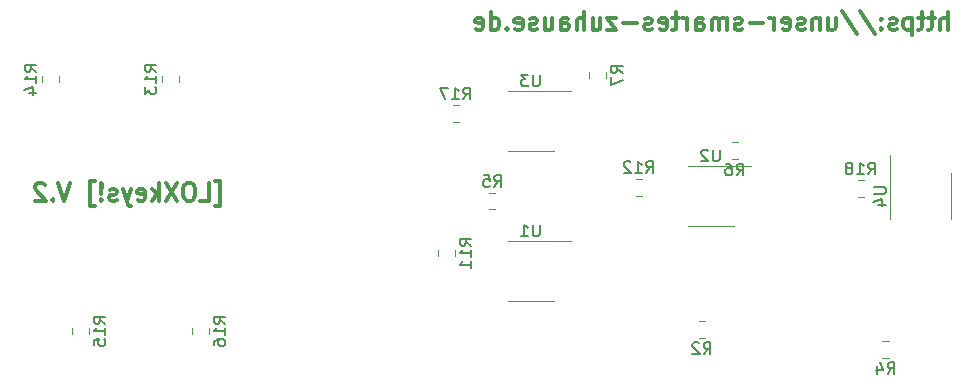
<source format=gbr>
G04 #@! TF.GenerationSoftware,KiCad,Pcbnew,(5.1.5)-3*
G04 #@! TF.CreationDate,2020-02-22T21:26:02+01:00*
G04 #@! TF.ProjectId,SchluesselbrettV2,5363686c-7565-4737-9365-6c6272657474,rev?*
G04 #@! TF.SameCoordinates,Original*
G04 #@! TF.FileFunction,Legend,Bot*
G04 #@! TF.FilePolarity,Positive*
%FSLAX46Y46*%
G04 Gerber Fmt 4.6, Leading zero omitted, Abs format (unit mm)*
G04 Created by KiCad (PCBNEW (5.1.5)-3) date 2020-02-22 21:26:02*
%MOMM*%
%LPD*%
G04 APERTURE LIST*
%ADD10C,0.300000*%
%ADD11C,0.120000*%
%ADD12C,0.150000*%
G04 APERTURE END LIST*
D10*
X167421600Y-60825771D02*
X167421600Y-59325771D01*
X166778742Y-60825771D02*
X166778742Y-60040057D01*
X166850171Y-59897200D01*
X166993028Y-59825771D01*
X167207314Y-59825771D01*
X167350171Y-59897200D01*
X167421600Y-59968628D01*
X166278742Y-59825771D02*
X165707314Y-59825771D01*
X166064457Y-59325771D02*
X166064457Y-60611485D01*
X165993028Y-60754342D01*
X165850171Y-60825771D01*
X165707314Y-60825771D01*
X165421600Y-59825771D02*
X164850171Y-59825771D01*
X165207314Y-59325771D02*
X165207314Y-60611485D01*
X165135885Y-60754342D01*
X164993028Y-60825771D01*
X164850171Y-60825771D01*
X164350171Y-59825771D02*
X164350171Y-61325771D01*
X164350171Y-59897200D02*
X164207314Y-59825771D01*
X163921600Y-59825771D01*
X163778742Y-59897200D01*
X163707314Y-59968628D01*
X163635885Y-60111485D01*
X163635885Y-60540057D01*
X163707314Y-60682914D01*
X163778742Y-60754342D01*
X163921600Y-60825771D01*
X164207314Y-60825771D01*
X164350171Y-60754342D01*
X163064457Y-60754342D02*
X162921600Y-60825771D01*
X162635885Y-60825771D01*
X162493028Y-60754342D01*
X162421600Y-60611485D01*
X162421600Y-60540057D01*
X162493028Y-60397200D01*
X162635885Y-60325771D01*
X162850171Y-60325771D01*
X162993028Y-60254342D01*
X163064457Y-60111485D01*
X163064457Y-60040057D01*
X162993028Y-59897200D01*
X162850171Y-59825771D01*
X162635885Y-59825771D01*
X162493028Y-59897200D01*
X161778742Y-60682914D02*
X161707314Y-60754342D01*
X161778742Y-60825771D01*
X161850171Y-60754342D01*
X161778742Y-60682914D01*
X161778742Y-60825771D01*
X161778742Y-59897200D02*
X161707314Y-59968628D01*
X161778742Y-60040057D01*
X161850171Y-59968628D01*
X161778742Y-59897200D01*
X161778742Y-60040057D01*
X159993028Y-59254342D02*
X161278742Y-61182914D01*
X158421600Y-59254342D02*
X159707314Y-61182914D01*
X157278742Y-59825771D02*
X157278742Y-60825771D01*
X157921600Y-59825771D02*
X157921600Y-60611485D01*
X157850171Y-60754342D01*
X157707314Y-60825771D01*
X157493028Y-60825771D01*
X157350171Y-60754342D01*
X157278742Y-60682914D01*
X156564457Y-59825771D02*
X156564457Y-60825771D01*
X156564457Y-59968628D02*
X156493028Y-59897200D01*
X156350171Y-59825771D01*
X156135885Y-59825771D01*
X155993028Y-59897200D01*
X155921600Y-60040057D01*
X155921600Y-60825771D01*
X155278742Y-60754342D02*
X155135885Y-60825771D01*
X154850171Y-60825771D01*
X154707314Y-60754342D01*
X154635885Y-60611485D01*
X154635885Y-60540057D01*
X154707314Y-60397200D01*
X154850171Y-60325771D01*
X155064457Y-60325771D01*
X155207314Y-60254342D01*
X155278742Y-60111485D01*
X155278742Y-60040057D01*
X155207314Y-59897200D01*
X155064457Y-59825771D01*
X154850171Y-59825771D01*
X154707314Y-59897200D01*
X153421600Y-60754342D02*
X153564457Y-60825771D01*
X153850171Y-60825771D01*
X153993028Y-60754342D01*
X154064457Y-60611485D01*
X154064457Y-60040057D01*
X153993028Y-59897200D01*
X153850171Y-59825771D01*
X153564457Y-59825771D01*
X153421600Y-59897200D01*
X153350171Y-60040057D01*
X153350171Y-60182914D01*
X154064457Y-60325771D01*
X152707314Y-60825771D02*
X152707314Y-59825771D01*
X152707314Y-60111485D02*
X152635885Y-59968628D01*
X152564457Y-59897200D01*
X152421600Y-59825771D01*
X152278742Y-59825771D01*
X151778742Y-60254342D02*
X150635885Y-60254342D01*
X149993028Y-60754342D02*
X149850171Y-60825771D01*
X149564457Y-60825771D01*
X149421599Y-60754342D01*
X149350171Y-60611485D01*
X149350171Y-60540057D01*
X149421599Y-60397200D01*
X149564457Y-60325771D01*
X149778742Y-60325771D01*
X149921599Y-60254342D01*
X149993028Y-60111485D01*
X149993028Y-60040057D01*
X149921599Y-59897200D01*
X149778742Y-59825771D01*
X149564457Y-59825771D01*
X149421599Y-59897200D01*
X148707314Y-60825771D02*
X148707314Y-59825771D01*
X148707314Y-59968628D02*
X148635885Y-59897200D01*
X148493028Y-59825771D01*
X148278742Y-59825771D01*
X148135885Y-59897200D01*
X148064457Y-60040057D01*
X148064457Y-60825771D01*
X148064457Y-60040057D02*
X147993028Y-59897200D01*
X147850171Y-59825771D01*
X147635885Y-59825771D01*
X147493028Y-59897200D01*
X147421600Y-60040057D01*
X147421600Y-60825771D01*
X146064457Y-60825771D02*
X146064457Y-60040057D01*
X146135885Y-59897200D01*
X146278742Y-59825771D01*
X146564457Y-59825771D01*
X146707314Y-59897200D01*
X146064457Y-60754342D02*
X146207314Y-60825771D01*
X146564457Y-60825771D01*
X146707314Y-60754342D01*
X146778742Y-60611485D01*
X146778742Y-60468628D01*
X146707314Y-60325771D01*
X146564457Y-60254342D01*
X146207314Y-60254342D01*
X146064457Y-60182914D01*
X145350171Y-60825771D02*
X145350171Y-59825771D01*
X145350171Y-60111485D02*
X145278742Y-59968628D01*
X145207314Y-59897200D01*
X145064457Y-59825771D01*
X144921599Y-59825771D01*
X144635885Y-59825771D02*
X144064457Y-59825771D01*
X144421599Y-59325771D02*
X144421599Y-60611485D01*
X144350171Y-60754342D01*
X144207314Y-60825771D01*
X144064457Y-60825771D01*
X142993028Y-60754342D02*
X143135885Y-60825771D01*
X143421599Y-60825771D01*
X143564457Y-60754342D01*
X143635885Y-60611485D01*
X143635885Y-60040057D01*
X143564457Y-59897200D01*
X143421599Y-59825771D01*
X143135885Y-59825771D01*
X142993028Y-59897200D01*
X142921599Y-60040057D01*
X142921599Y-60182914D01*
X143635885Y-60325771D01*
X142350171Y-60754342D02*
X142207314Y-60825771D01*
X141921599Y-60825771D01*
X141778742Y-60754342D01*
X141707314Y-60611485D01*
X141707314Y-60540057D01*
X141778742Y-60397200D01*
X141921599Y-60325771D01*
X142135885Y-60325771D01*
X142278742Y-60254342D01*
X142350171Y-60111485D01*
X142350171Y-60040057D01*
X142278742Y-59897200D01*
X142135885Y-59825771D01*
X141921599Y-59825771D01*
X141778742Y-59897200D01*
X141064457Y-60254342D02*
X139921599Y-60254342D01*
X139350171Y-59825771D02*
X138564457Y-59825771D01*
X139350171Y-60825771D01*
X138564457Y-60825771D01*
X137350171Y-59825771D02*
X137350171Y-60825771D01*
X137993028Y-59825771D02*
X137993028Y-60611485D01*
X137921599Y-60754342D01*
X137778742Y-60825771D01*
X137564457Y-60825771D01*
X137421599Y-60754342D01*
X137350171Y-60682914D01*
X136635885Y-60825771D02*
X136635885Y-59325771D01*
X135993028Y-60825771D02*
X135993028Y-60040057D01*
X136064457Y-59897200D01*
X136207314Y-59825771D01*
X136421599Y-59825771D01*
X136564457Y-59897200D01*
X136635885Y-59968628D01*
X134635885Y-60825771D02*
X134635885Y-60040057D01*
X134707314Y-59897200D01*
X134850171Y-59825771D01*
X135135885Y-59825771D01*
X135278742Y-59897200D01*
X134635885Y-60754342D02*
X134778742Y-60825771D01*
X135135885Y-60825771D01*
X135278742Y-60754342D01*
X135350171Y-60611485D01*
X135350171Y-60468628D01*
X135278742Y-60325771D01*
X135135885Y-60254342D01*
X134778742Y-60254342D01*
X134635885Y-60182914D01*
X133278742Y-59825771D02*
X133278742Y-60825771D01*
X133921599Y-59825771D02*
X133921599Y-60611485D01*
X133850171Y-60754342D01*
X133707314Y-60825771D01*
X133493028Y-60825771D01*
X133350171Y-60754342D01*
X133278742Y-60682914D01*
X132635885Y-60754342D02*
X132493028Y-60825771D01*
X132207314Y-60825771D01*
X132064457Y-60754342D01*
X131993028Y-60611485D01*
X131993028Y-60540057D01*
X132064457Y-60397200D01*
X132207314Y-60325771D01*
X132421599Y-60325771D01*
X132564457Y-60254342D01*
X132635885Y-60111485D01*
X132635885Y-60040057D01*
X132564457Y-59897200D01*
X132421599Y-59825771D01*
X132207314Y-59825771D01*
X132064457Y-59897200D01*
X130778742Y-60754342D02*
X130921599Y-60825771D01*
X131207314Y-60825771D01*
X131350171Y-60754342D01*
X131421599Y-60611485D01*
X131421599Y-60040057D01*
X131350171Y-59897200D01*
X131207314Y-59825771D01*
X130921599Y-59825771D01*
X130778742Y-59897200D01*
X130707314Y-60040057D01*
X130707314Y-60182914D01*
X131421599Y-60325771D01*
X130064457Y-60682914D02*
X129993028Y-60754342D01*
X130064457Y-60825771D01*
X130135885Y-60754342D01*
X130064457Y-60682914D01*
X130064457Y-60825771D01*
X128707314Y-60825771D02*
X128707314Y-59325771D01*
X128707314Y-60754342D02*
X128850171Y-60825771D01*
X129135885Y-60825771D01*
X129278742Y-60754342D01*
X129350171Y-60682914D01*
X129421599Y-60540057D01*
X129421599Y-60111485D01*
X129350171Y-59968628D01*
X129278742Y-59897200D01*
X129135885Y-59825771D01*
X128850171Y-59825771D01*
X128707314Y-59897200D01*
X127421599Y-60754342D02*
X127564457Y-60825771D01*
X127850171Y-60825771D01*
X127993028Y-60754342D01*
X128064457Y-60611485D01*
X128064457Y-60040057D01*
X127993028Y-59897200D01*
X127850171Y-59825771D01*
X127564457Y-59825771D01*
X127421599Y-59897200D01*
X127350171Y-60040057D01*
X127350171Y-60182914D01*
X128064457Y-60325771D01*
X105386057Y-75803771D02*
X105743200Y-75803771D01*
X105743200Y-73660914D01*
X105386057Y-73660914D01*
X104100342Y-75303771D02*
X104814628Y-75303771D01*
X104814628Y-73803771D01*
X103314628Y-73803771D02*
X103028914Y-73803771D01*
X102886057Y-73875200D01*
X102743200Y-74018057D01*
X102671771Y-74303771D01*
X102671771Y-74803771D01*
X102743200Y-75089485D01*
X102886057Y-75232342D01*
X103028914Y-75303771D01*
X103314628Y-75303771D01*
X103457485Y-75232342D01*
X103600342Y-75089485D01*
X103671771Y-74803771D01*
X103671771Y-74303771D01*
X103600342Y-74018057D01*
X103457485Y-73875200D01*
X103314628Y-73803771D01*
X102171771Y-73803771D02*
X101171771Y-75303771D01*
X101171771Y-73803771D02*
X102171771Y-75303771D01*
X100600342Y-75303771D02*
X100600342Y-73803771D01*
X100457485Y-74732342D02*
X100028914Y-75303771D01*
X100028914Y-74303771D02*
X100600342Y-74875200D01*
X98814628Y-75232342D02*
X98957485Y-75303771D01*
X99243200Y-75303771D01*
X99386057Y-75232342D01*
X99457485Y-75089485D01*
X99457485Y-74518057D01*
X99386057Y-74375200D01*
X99243200Y-74303771D01*
X98957485Y-74303771D01*
X98814628Y-74375200D01*
X98743200Y-74518057D01*
X98743200Y-74660914D01*
X99457485Y-74803771D01*
X98243200Y-74303771D02*
X97886057Y-75303771D01*
X97528914Y-74303771D02*
X97886057Y-75303771D01*
X98028914Y-75660914D01*
X98100342Y-75732342D01*
X98243200Y-75803771D01*
X97028914Y-75232342D02*
X96886057Y-75303771D01*
X96600342Y-75303771D01*
X96457485Y-75232342D01*
X96386057Y-75089485D01*
X96386057Y-75018057D01*
X96457485Y-74875200D01*
X96600342Y-74803771D01*
X96814628Y-74803771D01*
X96957485Y-74732342D01*
X97028914Y-74589485D01*
X97028914Y-74518057D01*
X96957485Y-74375200D01*
X96814628Y-74303771D01*
X96600342Y-74303771D01*
X96457485Y-74375200D01*
X95743200Y-75160914D02*
X95671771Y-75232342D01*
X95743200Y-75303771D01*
X95814628Y-75232342D01*
X95743200Y-75160914D01*
X95743200Y-75303771D01*
X95743200Y-74732342D02*
X95814628Y-73875200D01*
X95743200Y-73803771D01*
X95671771Y-73875200D01*
X95743200Y-74732342D01*
X95743200Y-73803771D01*
X95171771Y-75803771D02*
X94814628Y-75803771D01*
X94814628Y-73660914D01*
X95171771Y-73660914D01*
X93100342Y-73803771D02*
X92600342Y-75303771D01*
X92100342Y-73803771D01*
X91600342Y-75160914D02*
X91528914Y-75232342D01*
X91600342Y-75303771D01*
X91671771Y-75232342D01*
X91600342Y-75160914D01*
X91600342Y-75303771D01*
X90957485Y-73946628D02*
X90886057Y-73875200D01*
X90743200Y-73803771D01*
X90386057Y-73803771D01*
X90243200Y-73875200D01*
X90171771Y-73946628D01*
X90100342Y-74089485D01*
X90100342Y-74232342D01*
X90171771Y-74446628D01*
X91028914Y-75303771D01*
X90100342Y-75303771D01*
D11*
G04 #@! TO.C,U4*
X162540000Y-74930000D02*
X162540000Y-71480000D01*
X162540000Y-74930000D02*
X162540000Y-76880000D01*
X167660000Y-74930000D02*
X167660000Y-72980000D01*
X167660000Y-74930000D02*
X167660000Y-76880000D01*
G04 #@! TO.C,U3*
X132080000Y-66020000D02*
X135530000Y-66020000D01*
X132080000Y-66020000D02*
X130130000Y-66020000D01*
X132080000Y-71140000D02*
X134030000Y-71140000D01*
X132080000Y-71140000D02*
X130130000Y-71140000D01*
G04 #@! TO.C,U2*
X147320000Y-72370000D02*
X150770000Y-72370000D01*
X147320000Y-72370000D02*
X145370000Y-72370000D01*
X147320000Y-77490000D02*
X149270000Y-77490000D01*
X147320000Y-77490000D02*
X145370000Y-77490000D01*
G04 #@! TO.C,U1*
X132080000Y-78720000D02*
X135530000Y-78720000D01*
X132080000Y-78720000D02*
X130130000Y-78720000D01*
X132080000Y-83840000D02*
X134030000Y-83840000D01*
X132080000Y-83840000D02*
X130130000Y-83840000D01*
G04 #@! TO.C,R18*
X160278578Y-75005000D02*
X159761422Y-75005000D01*
X160278578Y-73585000D02*
X159761422Y-73585000D01*
G04 #@! TO.C,R17*
X125988578Y-68655000D02*
X125471422Y-68655000D01*
X125988578Y-67235000D02*
X125471422Y-67235000D01*
G04 #@! TO.C,R16*
X103430000Y-86618578D02*
X103430000Y-86101422D01*
X104850000Y-86618578D02*
X104850000Y-86101422D01*
G04 #@! TO.C,R15*
X93270000Y-86618578D02*
X93270000Y-86101422D01*
X94690000Y-86618578D02*
X94690000Y-86101422D01*
G04 #@! TO.C,R14*
X92150000Y-64765422D02*
X92150000Y-65282578D01*
X90730000Y-64765422D02*
X90730000Y-65282578D01*
G04 #@! TO.C,R13*
X102310000Y-64765422D02*
X102310000Y-65282578D01*
X100890000Y-64765422D02*
X100890000Y-65282578D01*
G04 #@! TO.C,R12*
X141482578Y-74878000D02*
X140965422Y-74878000D01*
X141482578Y-73458000D02*
X140965422Y-73458000D01*
G04 #@! TO.C,R11*
X124258000Y-80014578D02*
X124258000Y-79497422D01*
X125678000Y-80014578D02*
X125678000Y-79497422D01*
G04 #@! TO.C,R7*
X137059600Y-64926978D02*
X137059600Y-64409822D01*
X138479600Y-64926978D02*
X138479600Y-64409822D01*
G04 #@! TO.C,R6*
X149093422Y-70359200D02*
X149610578Y-70359200D01*
X149093422Y-71779200D02*
X149610578Y-71779200D01*
G04 #@! TO.C,R5*
X129087378Y-76046400D02*
X128570222Y-76046400D01*
X129087378Y-74626400D02*
X128570222Y-74626400D01*
G04 #@! TO.C,R4*
X161871922Y-87174000D02*
X162389078Y-87174000D01*
X161871922Y-88594000D02*
X162389078Y-88594000D01*
G04 #@! TO.C,R2*
X146299422Y-85497600D02*
X146816578Y-85497600D01*
X146299422Y-86917600D02*
X146816578Y-86917600D01*
G04 #@! TO.C,U4*
D12*
X161152380Y-74168095D02*
X161961904Y-74168095D01*
X162057142Y-74215714D01*
X162104761Y-74263333D01*
X162152380Y-74358571D01*
X162152380Y-74549047D01*
X162104761Y-74644285D01*
X162057142Y-74691904D01*
X161961904Y-74739523D01*
X161152380Y-74739523D01*
X161485714Y-75644285D02*
X162152380Y-75644285D01*
X161104761Y-75406190D02*
X161819047Y-75168095D01*
X161819047Y-75787142D01*
G04 #@! TO.C,U3*
X132841904Y-64632380D02*
X132841904Y-65441904D01*
X132794285Y-65537142D01*
X132746666Y-65584761D01*
X132651428Y-65632380D01*
X132460952Y-65632380D01*
X132365714Y-65584761D01*
X132318095Y-65537142D01*
X132270476Y-65441904D01*
X132270476Y-64632380D01*
X131889523Y-64632380D02*
X131270476Y-64632380D01*
X131603809Y-65013333D01*
X131460952Y-65013333D01*
X131365714Y-65060952D01*
X131318095Y-65108571D01*
X131270476Y-65203809D01*
X131270476Y-65441904D01*
X131318095Y-65537142D01*
X131365714Y-65584761D01*
X131460952Y-65632380D01*
X131746666Y-65632380D01*
X131841904Y-65584761D01*
X131889523Y-65537142D01*
G04 #@! TO.C,U2*
X148081904Y-70982380D02*
X148081904Y-71791904D01*
X148034285Y-71887142D01*
X147986666Y-71934761D01*
X147891428Y-71982380D01*
X147700952Y-71982380D01*
X147605714Y-71934761D01*
X147558095Y-71887142D01*
X147510476Y-71791904D01*
X147510476Y-70982380D01*
X147081904Y-71077619D02*
X147034285Y-71030000D01*
X146939047Y-70982380D01*
X146700952Y-70982380D01*
X146605714Y-71030000D01*
X146558095Y-71077619D01*
X146510476Y-71172857D01*
X146510476Y-71268095D01*
X146558095Y-71410952D01*
X147129523Y-71982380D01*
X146510476Y-71982380D01*
G04 #@! TO.C,U1*
X132841904Y-77332380D02*
X132841904Y-78141904D01*
X132794285Y-78237142D01*
X132746666Y-78284761D01*
X132651428Y-78332380D01*
X132460952Y-78332380D01*
X132365714Y-78284761D01*
X132318095Y-78237142D01*
X132270476Y-78141904D01*
X132270476Y-77332380D01*
X131270476Y-78332380D02*
X131841904Y-78332380D01*
X131556190Y-78332380D02*
X131556190Y-77332380D01*
X131651428Y-77475238D01*
X131746666Y-77570476D01*
X131841904Y-77618095D01*
G04 #@! TO.C,R18*
X160662857Y-73097380D02*
X160996190Y-72621190D01*
X161234285Y-73097380D02*
X161234285Y-72097380D01*
X160853333Y-72097380D01*
X160758095Y-72145000D01*
X160710476Y-72192619D01*
X160662857Y-72287857D01*
X160662857Y-72430714D01*
X160710476Y-72525952D01*
X160758095Y-72573571D01*
X160853333Y-72621190D01*
X161234285Y-72621190D01*
X159710476Y-73097380D02*
X160281904Y-73097380D01*
X159996190Y-73097380D02*
X159996190Y-72097380D01*
X160091428Y-72240238D01*
X160186666Y-72335476D01*
X160281904Y-72383095D01*
X159139047Y-72525952D02*
X159234285Y-72478333D01*
X159281904Y-72430714D01*
X159329523Y-72335476D01*
X159329523Y-72287857D01*
X159281904Y-72192619D01*
X159234285Y-72145000D01*
X159139047Y-72097380D01*
X158948571Y-72097380D01*
X158853333Y-72145000D01*
X158805714Y-72192619D01*
X158758095Y-72287857D01*
X158758095Y-72335476D01*
X158805714Y-72430714D01*
X158853333Y-72478333D01*
X158948571Y-72525952D01*
X159139047Y-72525952D01*
X159234285Y-72573571D01*
X159281904Y-72621190D01*
X159329523Y-72716428D01*
X159329523Y-72906904D01*
X159281904Y-73002142D01*
X159234285Y-73049761D01*
X159139047Y-73097380D01*
X158948571Y-73097380D01*
X158853333Y-73049761D01*
X158805714Y-73002142D01*
X158758095Y-72906904D01*
X158758095Y-72716428D01*
X158805714Y-72621190D01*
X158853333Y-72573571D01*
X158948571Y-72525952D01*
G04 #@! TO.C,R17*
X126372857Y-66747380D02*
X126706190Y-66271190D01*
X126944285Y-66747380D02*
X126944285Y-65747380D01*
X126563333Y-65747380D01*
X126468095Y-65795000D01*
X126420476Y-65842619D01*
X126372857Y-65937857D01*
X126372857Y-66080714D01*
X126420476Y-66175952D01*
X126468095Y-66223571D01*
X126563333Y-66271190D01*
X126944285Y-66271190D01*
X125420476Y-66747380D02*
X125991904Y-66747380D01*
X125706190Y-66747380D02*
X125706190Y-65747380D01*
X125801428Y-65890238D01*
X125896666Y-65985476D01*
X125991904Y-66033095D01*
X125087142Y-65747380D02*
X124420476Y-65747380D01*
X124849047Y-66747380D01*
G04 #@! TO.C,R16*
X106242380Y-85717142D02*
X105766190Y-85383809D01*
X106242380Y-85145714D02*
X105242380Y-85145714D01*
X105242380Y-85526666D01*
X105290000Y-85621904D01*
X105337619Y-85669523D01*
X105432857Y-85717142D01*
X105575714Y-85717142D01*
X105670952Y-85669523D01*
X105718571Y-85621904D01*
X105766190Y-85526666D01*
X105766190Y-85145714D01*
X106242380Y-86669523D02*
X106242380Y-86098095D01*
X106242380Y-86383809D02*
X105242380Y-86383809D01*
X105385238Y-86288571D01*
X105480476Y-86193333D01*
X105528095Y-86098095D01*
X105242380Y-87526666D02*
X105242380Y-87336190D01*
X105290000Y-87240952D01*
X105337619Y-87193333D01*
X105480476Y-87098095D01*
X105670952Y-87050476D01*
X106051904Y-87050476D01*
X106147142Y-87098095D01*
X106194761Y-87145714D01*
X106242380Y-87240952D01*
X106242380Y-87431428D01*
X106194761Y-87526666D01*
X106147142Y-87574285D01*
X106051904Y-87621904D01*
X105813809Y-87621904D01*
X105718571Y-87574285D01*
X105670952Y-87526666D01*
X105623333Y-87431428D01*
X105623333Y-87240952D01*
X105670952Y-87145714D01*
X105718571Y-87098095D01*
X105813809Y-87050476D01*
G04 #@! TO.C,R15*
X96082380Y-85717142D02*
X95606190Y-85383809D01*
X96082380Y-85145714D02*
X95082380Y-85145714D01*
X95082380Y-85526666D01*
X95130000Y-85621904D01*
X95177619Y-85669523D01*
X95272857Y-85717142D01*
X95415714Y-85717142D01*
X95510952Y-85669523D01*
X95558571Y-85621904D01*
X95606190Y-85526666D01*
X95606190Y-85145714D01*
X96082380Y-86669523D02*
X96082380Y-86098095D01*
X96082380Y-86383809D02*
X95082380Y-86383809D01*
X95225238Y-86288571D01*
X95320476Y-86193333D01*
X95368095Y-86098095D01*
X95082380Y-87574285D02*
X95082380Y-87098095D01*
X95558571Y-87050476D01*
X95510952Y-87098095D01*
X95463333Y-87193333D01*
X95463333Y-87431428D01*
X95510952Y-87526666D01*
X95558571Y-87574285D01*
X95653809Y-87621904D01*
X95891904Y-87621904D01*
X95987142Y-87574285D01*
X96034761Y-87526666D01*
X96082380Y-87431428D01*
X96082380Y-87193333D01*
X96034761Y-87098095D01*
X95987142Y-87050476D01*
G04 #@! TO.C,R14*
X90242380Y-64381142D02*
X89766190Y-64047809D01*
X90242380Y-63809714D02*
X89242380Y-63809714D01*
X89242380Y-64190666D01*
X89290000Y-64285904D01*
X89337619Y-64333523D01*
X89432857Y-64381142D01*
X89575714Y-64381142D01*
X89670952Y-64333523D01*
X89718571Y-64285904D01*
X89766190Y-64190666D01*
X89766190Y-63809714D01*
X90242380Y-65333523D02*
X90242380Y-64762095D01*
X90242380Y-65047809D02*
X89242380Y-65047809D01*
X89385238Y-64952571D01*
X89480476Y-64857333D01*
X89528095Y-64762095D01*
X89575714Y-66190666D02*
X90242380Y-66190666D01*
X89194761Y-65952571D02*
X89909047Y-65714476D01*
X89909047Y-66333523D01*
G04 #@! TO.C,R13*
X100402380Y-64381142D02*
X99926190Y-64047809D01*
X100402380Y-63809714D02*
X99402380Y-63809714D01*
X99402380Y-64190666D01*
X99450000Y-64285904D01*
X99497619Y-64333523D01*
X99592857Y-64381142D01*
X99735714Y-64381142D01*
X99830952Y-64333523D01*
X99878571Y-64285904D01*
X99926190Y-64190666D01*
X99926190Y-63809714D01*
X100402380Y-65333523D02*
X100402380Y-64762095D01*
X100402380Y-65047809D02*
X99402380Y-65047809D01*
X99545238Y-64952571D01*
X99640476Y-64857333D01*
X99688095Y-64762095D01*
X99402380Y-65666857D02*
X99402380Y-66285904D01*
X99783333Y-65952571D01*
X99783333Y-66095428D01*
X99830952Y-66190666D01*
X99878571Y-66238285D01*
X99973809Y-66285904D01*
X100211904Y-66285904D01*
X100307142Y-66238285D01*
X100354761Y-66190666D01*
X100402380Y-66095428D01*
X100402380Y-65809714D01*
X100354761Y-65714476D01*
X100307142Y-65666857D01*
G04 #@! TO.C,R12*
X141866857Y-72970380D02*
X142200190Y-72494190D01*
X142438285Y-72970380D02*
X142438285Y-71970380D01*
X142057333Y-71970380D01*
X141962095Y-72018000D01*
X141914476Y-72065619D01*
X141866857Y-72160857D01*
X141866857Y-72303714D01*
X141914476Y-72398952D01*
X141962095Y-72446571D01*
X142057333Y-72494190D01*
X142438285Y-72494190D01*
X140914476Y-72970380D02*
X141485904Y-72970380D01*
X141200190Y-72970380D02*
X141200190Y-71970380D01*
X141295428Y-72113238D01*
X141390666Y-72208476D01*
X141485904Y-72256095D01*
X140533523Y-72065619D02*
X140485904Y-72018000D01*
X140390666Y-71970380D01*
X140152571Y-71970380D01*
X140057333Y-72018000D01*
X140009714Y-72065619D01*
X139962095Y-72160857D01*
X139962095Y-72256095D01*
X140009714Y-72398952D01*
X140581142Y-72970380D01*
X139962095Y-72970380D01*
G04 #@! TO.C,R11*
X127070380Y-79113142D02*
X126594190Y-78779809D01*
X127070380Y-78541714D02*
X126070380Y-78541714D01*
X126070380Y-78922666D01*
X126118000Y-79017904D01*
X126165619Y-79065523D01*
X126260857Y-79113142D01*
X126403714Y-79113142D01*
X126498952Y-79065523D01*
X126546571Y-79017904D01*
X126594190Y-78922666D01*
X126594190Y-78541714D01*
X127070380Y-80065523D02*
X127070380Y-79494095D01*
X127070380Y-79779809D02*
X126070380Y-79779809D01*
X126213238Y-79684571D01*
X126308476Y-79589333D01*
X126356095Y-79494095D01*
X127070380Y-81017904D02*
X127070380Y-80446476D01*
X127070380Y-80732190D02*
X126070380Y-80732190D01*
X126213238Y-80636952D01*
X126308476Y-80541714D01*
X126356095Y-80446476D01*
G04 #@! TO.C,R7*
X139871980Y-64501733D02*
X139395790Y-64168400D01*
X139871980Y-63930304D02*
X138871980Y-63930304D01*
X138871980Y-64311257D01*
X138919600Y-64406495D01*
X138967219Y-64454114D01*
X139062457Y-64501733D01*
X139205314Y-64501733D01*
X139300552Y-64454114D01*
X139348171Y-64406495D01*
X139395790Y-64311257D01*
X139395790Y-63930304D01*
X138871980Y-64835066D02*
X138871980Y-65501733D01*
X139871980Y-65073161D01*
G04 #@! TO.C,R6*
X149518666Y-73171580D02*
X149852000Y-72695390D01*
X150090095Y-73171580D02*
X150090095Y-72171580D01*
X149709142Y-72171580D01*
X149613904Y-72219200D01*
X149566285Y-72266819D01*
X149518666Y-72362057D01*
X149518666Y-72504914D01*
X149566285Y-72600152D01*
X149613904Y-72647771D01*
X149709142Y-72695390D01*
X150090095Y-72695390D01*
X148661523Y-72171580D02*
X148852000Y-72171580D01*
X148947238Y-72219200D01*
X148994857Y-72266819D01*
X149090095Y-72409676D01*
X149137714Y-72600152D01*
X149137714Y-72981104D01*
X149090095Y-73076342D01*
X149042476Y-73123961D01*
X148947238Y-73171580D01*
X148756761Y-73171580D01*
X148661523Y-73123961D01*
X148613904Y-73076342D01*
X148566285Y-72981104D01*
X148566285Y-72743009D01*
X148613904Y-72647771D01*
X148661523Y-72600152D01*
X148756761Y-72552533D01*
X148947238Y-72552533D01*
X149042476Y-72600152D01*
X149090095Y-72647771D01*
X149137714Y-72743009D01*
G04 #@! TO.C,R5*
X128995466Y-74138780D02*
X129328800Y-73662590D01*
X129566895Y-74138780D02*
X129566895Y-73138780D01*
X129185942Y-73138780D01*
X129090704Y-73186400D01*
X129043085Y-73234019D01*
X128995466Y-73329257D01*
X128995466Y-73472114D01*
X129043085Y-73567352D01*
X129090704Y-73614971D01*
X129185942Y-73662590D01*
X129566895Y-73662590D01*
X128090704Y-73138780D02*
X128566895Y-73138780D01*
X128614514Y-73614971D01*
X128566895Y-73567352D01*
X128471657Y-73519733D01*
X128233561Y-73519733D01*
X128138323Y-73567352D01*
X128090704Y-73614971D01*
X128043085Y-73710209D01*
X128043085Y-73948304D01*
X128090704Y-74043542D01*
X128138323Y-74091161D01*
X128233561Y-74138780D01*
X128471657Y-74138780D01*
X128566895Y-74091161D01*
X128614514Y-74043542D01*
G04 #@! TO.C,R4*
X162297166Y-89986380D02*
X162630500Y-89510190D01*
X162868595Y-89986380D02*
X162868595Y-88986380D01*
X162487642Y-88986380D01*
X162392404Y-89034000D01*
X162344785Y-89081619D01*
X162297166Y-89176857D01*
X162297166Y-89319714D01*
X162344785Y-89414952D01*
X162392404Y-89462571D01*
X162487642Y-89510190D01*
X162868595Y-89510190D01*
X161440023Y-89319714D02*
X161440023Y-89986380D01*
X161678119Y-88938761D02*
X161916214Y-89653047D01*
X161297166Y-89653047D01*
G04 #@! TO.C,R2*
X146724666Y-88309980D02*
X147058000Y-87833790D01*
X147296095Y-88309980D02*
X147296095Y-87309980D01*
X146915142Y-87309980D01*
X146819904Y-87357600D01*
X146772285Y-87405219D01*
X146724666Y-87500457D01*
X146724666Y-87643314D01*
X146772285Y-87738552D01*
X146819904Y-87786171D01*
X146915142Y-87833790D01*
X147296095Y-87833790D01*
X146343714Y-87405219D02*
X146296095Y-87357600D01*
X146200857Y-87309980D01*
X145962761Y-87309980D01*
X145867523Y-87357600D01*
X145819904Y-87405219D01*
X145772285Y-87500457D01*
X145772285Y-87595695D01*
X145819904Y-87738552D01*
X146391333Y-88309980D01*
X145772285Y-88309980D01*
G04 #@! TD*
M02*

</source>
